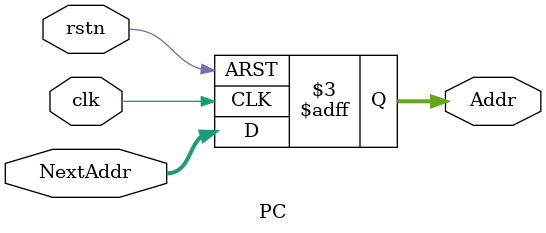
<source format=sv>
`timescale 1ns / 1ps


module PC(
    input logic clk, rstn,
    input logic [31:0] NextAddr,
    output logic [31:0] Addr
);
    logic [31:0] Addr;

    always_ff @(posedge clk or negedge rstn) begin
        if(!rstn)
            Addr <= {32{1'b0}};
        else
            Addr <= NextAddr;        
    end
endmodule

</source>
